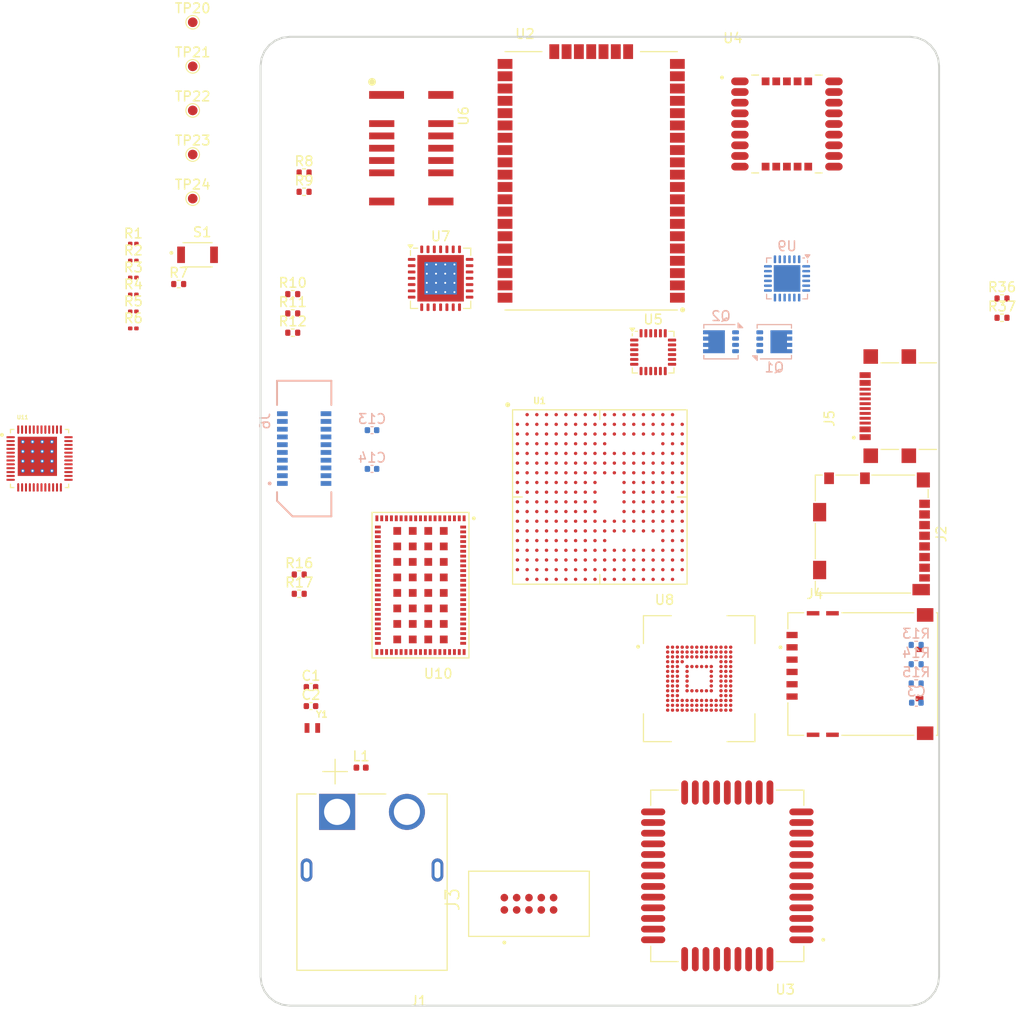
<source format=kicad_pcb>
(kicad_pcb (version 20241229) (generator "pcbnew") (generator_version "9.0")
  (layers (0 "F.Cu" signal) (2 "B.Cu" signal) (13 "F.Paste" user) (15 "B.Paste" user) (5 "F.SilkS" user "F.Silkscreen") (7 "B.SilkS" user "B.Silkscreen") (1 "F.Mask" user) (3 "B.Mask" user) (25 "Edge.Cuts" user))
  (net 0 "")
  (net 1 "+BATT")
  (net 2 "GND")
  (net 3 "~SDDET")
  (net 4 "SDMMC1_CK")
  (net 5 "SDMMC1_D1")
  (net 6 "SDMMC1_D0")
  (net 7 "SDMMC1_D2")
  (net 8 "+3V3")
  (net 9 "SDMMC1_CMD")
  (net 10 "VDDI")
  (net 11 "Net-(U1B-PC14-OSC32_IN)")
  (net 12 "+VIN")
  (net 20 "Net-(U1C-VREF+)")
  (net 23 "Net-(U1C-VDDA)")
  (net 26 "Net-(U1F-VDD_DDR)")
  (net 31 "Net-(U1C-VSSA)")
  (net 32 "Net-(U1C-VREF-)")
  (net 39 "Net-(U1F-VDD1V2_DSI_REG)")
  (net 40 "Net-(U1F-VDD3V3_USB)")
  (net 44 "Net-(U6-AD_SELECT)")
  (net 46 "Net-(U1F-VDDA1V1_REG)")
  (net 48 "Net-(U1F-NRST_CORE)")
  (net 54 "Net-(U1B-PC15-OSC32_OUT)")
  (net 60 "/osd32mp1-1-power/BOOT1")
  (net 62 "Net-(U6-INT)")
  (net 65 "/osd32mp1-2/TDI")
  (net 66 "Net-(U1F-PDR_ON)")
  (net 70 "/osd32mp1-1-power/BOOT0")
  (net 72 "Net-(U1F-VREF_DDR)")
  (net 78 "USB_DM")
  (net 80 "I2C1_SCL")
  (net 86 "+VLDO2")
  (net 89 "~{PONKEY}")
  (net 96 "Net-(U1F-PA0{slash}PMIC_INTN)")
  (net 100 "Net-(U1F-PC13{slash}PMIC_WAKEUP)")
  (net 103 "Net-(U1F-PDR_ON_CORE)")
  (net 105 "Net-(U1F-HSE_OSC_TP)")
  (net 108 "/quectel-m65-1/SIM_VDD")
  (net 110 "/osd32mp1-1-power/BOOT2")
  (net 127 "Net-(U2-GPIO0)")
  (net 130 "I2C1_SDA")
  (net 131 "Net-(U1F-VTT_DDR)")
  (net 138 "+BST")
  (net 141 "/osd32mp1-2/SWO{slash}TDO")
  (net 145 "/osd32mp1-1-power/EEPROM_WP")
  (net 147 "/osd32mp1-2/SWDIO{slash}TMS")
  (net 155 "Net-(U1F-PWR_LP)")
  (net 156 "/osd32mp1-2/SWCLK{slash}TCK")
  (net 163 "Net-(U2-GPIO1)")
  (net 164 "/osd32mp1-2/~{TRST}")
  (net 166 "+VSW")
  (net 173 "Net-(U1F-VDDA1V8_REG)")
  (net 175 "Net-(U1F-PWR_ON{slash}PMIC_PWRCTRL)")
  (net 179 "Net-(U2-GPIO2)")
  (net 181 "MMC2_CMD")
  (net 187 "Net-(U1F-VDD_CORE)")
  (net 189 "Net-(U2-GPIO3)")
  (net 192 "MMC2_CLK")
  (net 204 "/power-section-1/CC1")
  (net 207 "SDMMC1_D3")
  (net 212 "+VBUS")
  (net 218 "/power-section-1/CC2")
  (net 222 "Net-(U2-GPIO4)")
  (net 238 "Net-(U2-VDD-Pad12)")
  (net 240 "UART_TX")
  (net 241 "UART_RX")
  (net 249 "Net-(U3-VBAT-Pad42)")
  (net 258 "~{RESET}")
  (net 270 "/quectel-m65-1/SIM_CLK")
  (net 313 "/quectel-m65-1/SIM_RST")
  (net 316 "/quectel-m65-1/SIM_DATA")
  (net 319 "Net-(U7-PA_BOOST)")
  (net 320 "AMG833_INT")
  (net 321 "Net-(U3-SIM_DATA)")
  (net 322 "Net-(U3-SIM_CLK)")
  (net 323 "Net-(U3-SIM_RST)")
  (net 345 "~{SX1272_RESET}")
  (net 349 "Net-(Q1-S-Pad1)")
  (net 350 "Net-(Q1-G)")
  (net 351 "PD_VBUS")
  (net 352 "Net-(U1C-ANA1)")
  (net 353 "Net-(U1C-ANA0)")
  (net 354 "Net-(U8A-NC_4-PadE14)")
  (net 355 "Net-(U8A-NC_3-PadD1)")
  (net 356 "Net-(U8A-NC_1-PadA1)")
  (net 357 "Net-(U8A-NC_2-PadB11)")
  (net 359 "MMC2_D1")
  (net 360 "MMC2_D0")
  (net 361 "Net-(U8B-NC_6-PadK12)")
  (net 362 "Net-(U8B-NC_7-PadM10)")
  (net 363 "MMC2_D2")
  (net 365 "MMC2_D7")
  (net 366 "Net-(U8A-DS)")
  (net 367 "MMC2_D4")
  (net 368 "MMC2_D3")
  (net 369 "MMC2_D5")
  (net 370 "MMC2_D6")
  (net 374 "/power-section-1/VBUS_MAX")
  (net 380 "/power-section-1/ISNK_COARSE")
  (net 384 "/power-section-1/VBUS_MIN")
  (net 386 "+VDDIO_3V3")
  (net 387 "/power-section-1/ CC1")
  (net 388 "/power-section-1/ISNK_FINE")
  (net 391 "Net-(U8B-NC_8-PadN11)")
  (net 392 "Net-(U8B-NC_5-PadH1)")
  (net 393 "Net-(U8A-VDDI)")
  (net 398 "NRST")
  (net 409 "Net-(U10-VIN-Pad56)")
  (net 410 "PCIE_TX_P")
  (net 413 "/google-tpu-coral-1/H_PCIE_TX_P")
  (net 416 "/google-tpu-coral-1/H_PCIE_TX_N")
  (net 417 "USB_DP")
  (net 420 "PCIE_TX_N")
  (net 421 "PCIE_REFCLK_N")
  (net 426 "PCIE_RX_N")
  (net 428 "USB_DN")
  (net 429 "USB_2_DP")
  (net 430 "USB_2_DN")
  (net 433 "PCIE_RX_P")
  (net 434 "PCIE_REFCLK_P")
  (net 451 "Net-(U11-SYS-Pad7)")
  (net 465 "Net-(U11-BAT-Pad4)")
  (footprint "Resistor_SMD:R_0201_0603Metric" (layer "F.Cu") (at 91.375 73.1)
    (property "Reference" "R2")
    (property "Value" "10K")
  )
  (footprint "Resistor_SMD:R_0402_1005Metric" (layer "F.Cu") (at 108.99 66)
    (property "Reference" "R9")
    (property "Value" "Jumper")
  )
  (footprint "OSD32MP157C-512M-IAA:OSD32MP15X-BGA-324" (layer "F.Cu") (at 139.5 97.5)
    (property "Reference" "U1")
    (property "Value" "OSD32MP157C-512M-IAA")
  )
  (footprint "AMG8833:XDCR_AMG8833" (layer "F.Cu") (at 120.05 61.5 -90)
    (property "Reference" "U6")
    (property "Value" "AMG8833")
  )
  (footprint "Resistor_SMD:R_0201_0603Metric" (layer "F.Cu") (at 91.375 80.1)
    (property "Reference" "R6")
    (property "Value" "10K")
  )
  (footprint "Sensor_Motion:InvenSense_QFN-24_4x4mm_P0.5mm" (layer "F.Cu") (at 145 82.55)
    (property "Reference" "U5")
    (property "Value" "MPU-6050")
  )
  (footprint "TestPoint:TestPoint_Pad_D1.0mm" (layer "F.Cu") (at 97.5 62.15)
    (property "Reference" "TP23")
    (property "Value" "TestPoint")
  )
  (footprint "0786463001:MOLEX_0786463001" (layer "F.Cu") (at 166.625 115.77)
    (property "Reference" "J4")
    (property "Value" "0786463001")
  )
  (footprint "EMMC04G-W627-M06U:BGA153N50P14X14_1300X1150X100N" (layer "F.Cu") (at 149.75 116.25)
    (property "Reference" "U8")
    (property "Value" "EMMC04G-W627-M06U")
  )
  (footprint "XT60PW-M:AMASS_XT60PW-M" (layer "F.Cu") (at 116 136 180)
    (property "Reference" "J1")
    (property "Value" "XT60PW-M")
  )
  (footprint "Connector_Card:microSD_HC_Molex_104031-0811" (layer "F.Cu") (at 167.55 101.305 -90)
    (property "Reference" "J2")
    (property "Value" "Micro_SD_Card_Det2")
  )
  (footprint "TestPoint:TestPoint_Pad_D1.0mm" (layer "F.Cu") (at 97.5 53.05)
    (property "Reference" "TP21")
    (property "Value" "TestPoint")
  )
  (footprint "ABS05-32.768KHZ-7-T:XTAL_ABS05-32.768KHZ-7-T" (layer "F.Cu") (at 109.8425 121.34)
    (property "Reference" "Y1")
    (property "Value" "ABS05-32.768KHZ-7-T")
  )
  (footprint "Resistor_SMD:R_0201_0603Metric" (layer "F.Cu") (at 91.375 74.85)
    (property "Reference" "R3")
    (property "Value" "10K")
  )
  (footprint "Resistor_SMD:R_0402_1005Metric" (layer "F.Cu") (at 108.49 107.49)
    (property "Reference" "R17")
    (property "Value" "10K")
  )
  (footprint "TestPoint:TestPoint_Pad_D1.0mm" (layer "F.Cu") (at 97.5 57.6)
    (property "Reference" "TP22")
    (property "Value" "TestPoint")
  )
  (footprint "G313-06329-00:MODULE_G313-06329-00" (layer "F.Cu") (at 121 106.6 180)
    (property "Reference" "U10")
    (property "Value" "G313-06329-00")
  )
  (footprint "GSB1C41110SSHR:AMPHENOL_GSB1C41110SSHR" (layer "F.Cu") (at 170.5525 88.12 90)
    (property "Reference" "J5")
    (property "Value" "GSB1C41110SSHR")
  )
  (footprint "RN2903A-I_RM098:XCVR_RN2903A-I_RM098" (layer "F.Cu") (at 138.61 64.865)
    (property "Reference" "U2")
    (property "Value" "RN2903A-I_RM098")
  )
  (footprint "TestPoint:TestPoint_Pad_D1.0mm" (layer "F.Cu") (at 97.5 66.7)
    (property "Reference" "TP24")
    (property "Value" "TestPoint")
  )
  (footprint "Capacitor_SMD:C_0402_1005Metric" (layer "F.Cu") (at 109.7025 119.08)
    (property "Reference" "C2")
    (property "Value" "12pF")
  )
  (footprint "Resistor_SMD:R_0402_1005Metric" (layer "F.Cu") (at 108.99 64.01)
    (property "Reference" "R8")
    (property "Value" "Jumper")
  )
  (footprint "Resistor_SMD:R_0402_1005Metric" (layer "F.Cu") (at 107.82 80.54)
    (property "Reference" "R12")
    (property "Value" "10K DNP")
  )
  (footprint "Resistor_SMD:R_0402_1005Metric" (layer "F.Cu") (at 107.82 76.56)
    (property "Reference" "R10")
    (property "Value" "10K")
  )
  (footprint "TestPoint:TestPoint_Pad_D1.0mm" (layer "F.Cu") (at 97.5 48.5)
    (property "Reference" "TP20")
    (property "Value" "TestPoint")
  )
  (footprint "Resistor_SMD:R_0402_1005Metric" (layer "F.Cu") (at 108.49 105.5)
    (property "Reference" "R16")
    (property "Value" "10K")
  )
  (footprint "B3U-1000P:SW_B3U-1000P" (layer "F.Cu") (at 98 72.5)
    (property "Reference" "S1")
    (property "Value" "B3U-1000P")
  )
  (footprint "Resistor_SMD:R_0402_1005Metric" (layer "F.Cu") (at 180.99 79)
    (property "Reference" "R37")
    (property "Value" "10K")
  )
  (footprint "Resistor_SMD:R_0201_0603Metric" (layer "F.Cu") (at 91.375 71.35)
    (property "Reference" "R1")
    (property "Value" "10K")
  )
  (footprint "Resistor_SMD:R_0402_1005Metric" (layer "F.Cu") (at 180.99 77.01)
    (property "Reference" "R36")
    (property "Value" "49.9K")
  )
  (footprint "Capacitor_SMD:C_0402_1005Metric" (layer "F.Cu") (at 109.7025 117.11)
    (property "Reference" "C1")
    (property "Value" "12pF")
  )
  (footprint "Package_DFN_QFN:QFN-28-1EP_6x6mm_P0.65mm_EP4.8x4.8mm_ThermalVias" (layer "F.Cu") (at 123.075 74.925)
    (property "Reference" "U7")
    (property "Value" "SX1272")
  )
  (footprint "Resistor_SMD:R_0201_0603Metric" (layer "F.Cu") (at 91.375 76.6)
    (property "Reference" "R4")
    (property "Value" "10K")
  )
  (footprint "LC76G:XCVR_LC76G" (layer "F.Cu") (at 158.8 59)
    (property "Reference" "U4")
    (property "Value" "LC76G")
  )
  (footprint "Inductor_SMD:L_0402_1005Metric" (layer "F.Cu") (at 114.8725 125.43)
    (property "Reference" "L1")
    (property "Value" "L")
  )
  (footprint "Resistor_SMD:R_0402_1005Metric" (layer "F.Cu") (at 96.055 75.52)
    (property "Reference" "R7")
    (property "Value" "10K")
  )
  (footprint "Resistor_SMD:R_0402_1005Metric" (layer "F.Cu") (at 107.82 78.55)
    (property "Reference" "R11")
    (property "Value" "10K DNP")
  )
  (footprint "TC2050-IDC-NL:TAG-CONNECT_TC2050-IDC-NL" (layer "F.Cu") (at 129.65 140.12 90)
    (property "Reference" "J3")
    (property "Value" "TC2050-IDC-NL")
  )
  (footprint "M65:XCVR_M65" (layer "F.Cu") (at 152.65 136.6 180)
    (property "Reference" "U3")
    (property "Value" "M65")
  )
  (footprint "TPS65217CRSLR:IC_TPS65217CRSLR" (layer "F.Cu") (at 81.70018 93.52543)
    (property "Reference" "U11")
    (property "Value" "TPS65217CRSLR")
  )
  (footprint "Resistor_SMD:R_0201_0603Metric" (layer "F.Cu") (at 91.375 78.35)
    (property "Reference" "R5")
    (property "Value" "10K")
  )
  (footprint "Resistor_SMD:R_0402_1005Metric" (layer "B.Cu") (at 172.135 116.75 180)
    (property "Reference" "R15")
    (property "Value" "22R")
  )
  (footprint "Package_SON:Diodes_PowerDI3333-8" (layer "B.Cu") (at 152 81.475 180)
    (property "Reference" "Q2")
    (property "Value" "DMP3013SFV")
  )
  (footprint "Resistor_SMD:R_0402_1005Metric" (layer "B.Cu") (at 172.135 112.77 180)
    (property "Reference" "R13")
    (property "Value" "22R")
  )
  (footprint "Package_DFN_QFN:QFN-24-1EP_4x4mm_P0.5mm_EP2.75x2.75mm" (layer "B.Cu") (at 158.815 74.94 180)
    (property "Reference" "U9")
    (property "Value" "CYPD3177-24LQ")
  )
  (footprint "Package_SON:Diodes_PowerDI3333-8" (layer "B.Cu") (at 157.5 81.475)
    (property "Reference" "Q1")
    (property "Value" "DMP3013SFV")
  )
  (footprint "Capacitor_SMD:C_0402_1005Metric" (layer "B.Cu") (at 116 94.6 180)
    (property "Reference" "C14")
    (property "Value" "100nF")
  )
  (footprint "Capacitor_SMD:C_0402_1005Metric" (layer "B.Cu") (at 116 90.6 180)
    (property "Reference" "C13")
    (property "Value" "100nF")
  )
  (footprint "Resistor_SMD:R_0402_1005Metric" (layer "B.Cu") (at 172.135 114.76 180)
    (property "Reference" "R14")
    (property "Value" "22R")
  )
  (footprint "Capacitor_SMD:C_0402_1005Metric" (layer "B.Cu") (at 172.155 118.73 180)
    (property "Reference" "C3")
    (property "Value" "100nF")
  )
  (footprint "ERF8-010-05.0-L-DV-K-TR:SAMTEC_ERF8-010-05.0-L-DV-K-TR" (layer "B.Cu") (at 109 92.5 -90)
    (property "Reference" "J6")
    (property "Value" "ERF8-010-05.0-L-DV-K-TR")
  )
  (gr_line (start 173.00152 50.40132) (end 172.27762 50.1016) (stroke (width 0.2)) (layer "Edge.Cuts"))
  (gr_line (start 174.0988 148.49866) (end 174.39852 147.7773) (stroke (width 0.2)) (layer "Edge.Cuts"))
  (gr_line (start 106.0014 149.59848) (end 106.72276 149.8982) (stroke (width 0.2)) (layer "Edge.Cuts"))
  (gr_line (start 104.90158 51.4986) (end 104.60186 52.2225) (stroke (width 0.2)) (layer "Edge.Cuts"))
  (gr_line (start 104.50026 147.00006) (end 104.60186 147.7773) (stroke (width 0.2)) (layer "Edge.Cuts"))
  (gr_line (start 105.3791 149.12096) (end 106.0014 149.59848) (stroke (width 0.2)) (layer "Edge.Cuts"))
  (gr_line (start 106.0014 50.40132) (end 105.3791 50.87884) (stroke (width 0.2)) (layer "Edge.Cuts"))
  (gr_line (start 106.72276 149.8982) (end 107.5 149.9998) (stroke (width 0.2)) (layer "Edge.Cuts"))
  (gr_line (start 173.62128 149.12096) (end 174.0988 148.49866) (stroke (width 0.2)) (layer "Edge.Cuts"))
  (gr_line (start 105.3791 50.87884) (end 104.90158 51.4986) (stroke (width 0.2)) (layer "Edge.Cuts"))
  (gr_line (start 174.39852 52.2225) (end 174.0988 51.4986) (stroke (width 0.2)) (layer "Edge.Cuts"))
  (gr_line (start 174.0988 51.4986) (end 173.62128 50.87884) (stroke (width 0.2)) (layer "Edge.Cuts"))
  (gr_line (start 104.60186 147.7773) (end 104.90158 148.49866) (stroke (width 0.2)) (layer "Edge.Cuts"))
  (gr_line (start 107.5 50) (end 106.72276 50.1016) (stroke (width 0.2)) (layer "Edge.Cuts"))
  (gr_line (start 172.27762 50.1016) (end 171.50038 50) (stroke (width 0.2)) (layer "Edge.Cuts"))
  (gr_line (start 174.39852 147.7773) (end 174.50012 147.00006) (stroke (width 0.2)) (layer "Edge.Cuts"))
  (gr_line (start 174.50012 52.99974) (end 174.39852 52.2225) (stroke (width 0.2)) (layer "Edge.Cuts"))
  (gr_line (start 106.72276 50.1016) (end 106.0014 50.40132) (stroke (width 0.2)) (layer "Edge.Cuts"))
  (gr_line (start 171.50038 149.9998) (end 172.27762 149.8982) (stroke (width 0.2)) (layer "Edge.Cuts"))
  (gr_line (start 171.50038 50) (end 107.5 50) (stroke (width 0.2)) (layer "Edge.Cuts"))
  (gr_line (start 172.27762 149.8982) (end 173.00152 149.59848) (stroke (width 0.2)) (layer "Edge.Cuts"))
  (gr_line (start 104.50026 52.99974) (end 104.50026 147.00006) (stroke (width 0.2)) (layer "Edge.Cuts"))
  (gr_line (start 173.62128 50.87884) (end 173.00152 50.40132) (stroke (width 0.2)) (layer "Edge.Cuts"))
  (gr_line (start 174.50012 147.00006) (end 174.50012 52.99974) (stroke (width 0.2)) (layer "Edge.Cuts"))
  (gr_line (start 104.60186 52.2225) (end 104.50026 52.99974) (stroke (width 0.2)) (layer "Edge.Cuts"))
  (gr_line (start 104.90158 148.49866) (end 105.3791 149.12096) (stroke (width 0.2)) (layer "Edge.Cuts"))
  (gr_line (start 107.5 149.9998) (end 171.50038 149.9998) (stroke (width 0.2)) (layer "Edge.Cuts"))
  (gr_line (start 173.00152 149.59848) (end 173.62128 149.12096) (stroke (width 0.2)) (layer "Edge.Cuts"))
)
</source>
